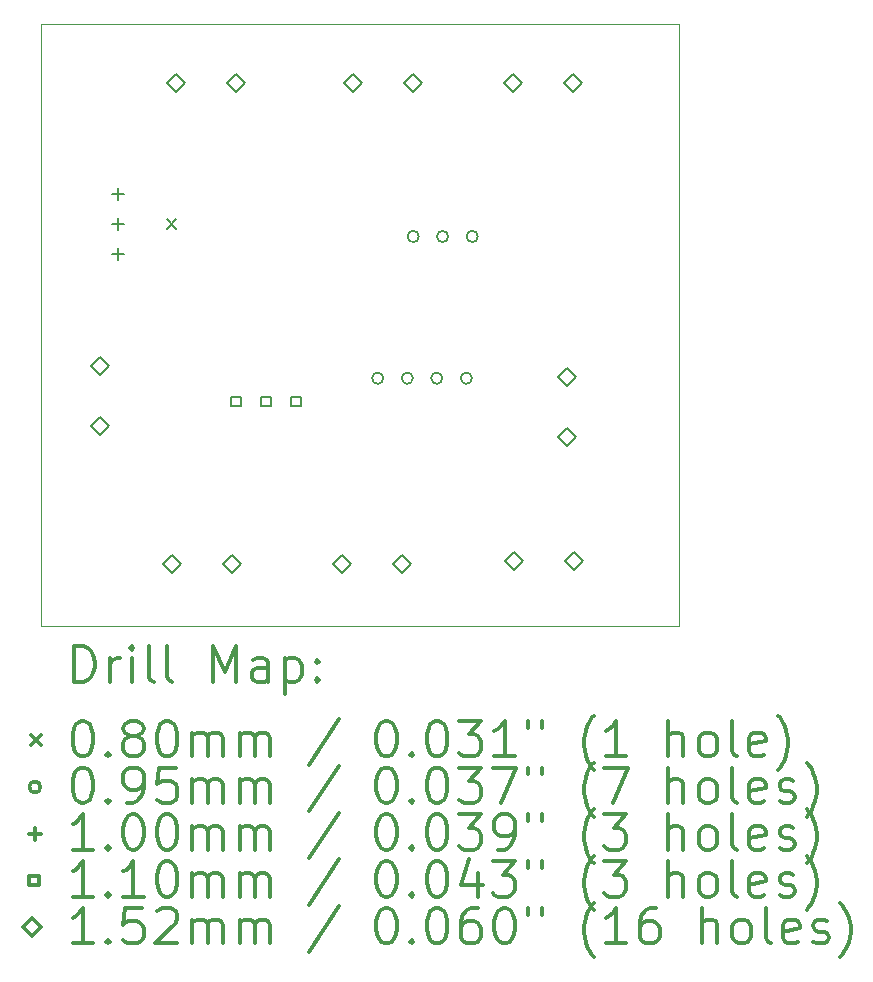
<source format=gbr>
%FSLAX45Y45*%
G04 Gerber Fmt 4.5, Leading zero omitted, Abs format (unit mm)*
G04 Created by KiCad (PCBNEW (5.1.0)-1) date 2021-10-29 22:54:59*
%MOMM*%
%LPD*%
G04 APERTURE LIST*
%ADD10C,0.100000*%
%ADD11C,0.200000*%
%ADD12C,0.300000*%
G04 APERTURE END LIST*
D10*
X11150000Y-9400000D02*
X11150000Y-14500000D01*
X5750000Y-9400000D02*
X11150000Y-9400000D01*
X5750000Y-14500000D02*
X5750000Y-9400000D01*
X11150000Y-14500000D02*
X5750000Y-14500000D01*
D11*
X6814000Y-11056000D02*
X6894000Y-11136000D01*
X6894000Y-11056000D02*
X6814000Y-11136000D01*
X8647500Y-12400000D02*
G75*
G03X8647500Y-12400000I-47500J0D01*
G01*
X8897500Y-12400000D02*
G75*
G03X8897500Y-12400000I-47500J0D01*
G01*
X9147500Y-12400000D02*
G75*
G03X9147500Y-12400000I-47500J0D01*
G01*
X9397500Y-12400000D02*
G75*
G03X9397500Y-12400000I-47500J0D01*
G01*
X8947500Y-11200000D02*
G75*
G03X8947500Y-11200000I-47500J0D01*
G01*
X9197500Y-11200000D02*
G75*
G03X9197500Y-11200000I-47500J0D01*
G01*
X9447500Y-11200000D02*
G75*
G03X9447500Y-11200000I-47500J0D01*
G01*
X6400000Y-10792000D02*
X6400000Y-10892000D01*
X6350000Y-10842000D02*
X6450000Y-10842000D01*
X6400000Y-11046000D02*
X6400000Y-11146000D01*
X6350000Y-11096000D02*
X6450000Y-11096000D01*
X6400000Y-11300000D02*
X6400000Y-11400000D01*
X6350000Y-11350000D02*
X6450000Y-11350000D01*
X7438891Y-12638891D02*
X7438891Y-12561109D01*
X7361109Y-12561109D01*
X7361109Y-12638891D01*
X7438891Y-12638891D01*
X7692891Y-12638891D02*
X7692891Y-12561109D01*
X7615109Y-12561109D01*
X7615109Y-12638891D01*
X7692891Y-12638891D01*
X7946891Y-12638891D02*
X7946891Y-12561109D01*
X7869109Y-12561109D01*
X7869109Y-12638891D01*
X7946891Y-12638891D01*
X9750000Y-14026000D02*
X9826000Y-13950000D01*
X9750000Y-13874000D01*
X9674000Y-13950000D01*
X9750000Y-14026000D01*
X10258000Y-14026000D02*
X10334000Y-13950000D01*
X10258000Y-13874000D01*
X10182000Y-13950000D01*
X10258000Y-14026000D01*
X10200000Y-12468000D02*
X10276000Y-12392000D01*
X10200000Y-12316000D01*
X10124000Y-12392000D01*
X10200000Y-12468000D01*
X10200000Y-12976000D02*
X10276000Y-12900000D01*
X10200000Y-12824000D01*
X10124000Y-12900000D01*
X10200000Y-12976000D01*
X6250000Y-12376000D02*
X6326000Y-12300000D01*
X6250000Y-12224000D01*
X6174000Y-12300000D01*
X6250000Y-12376000D01*
X6250000Y-12884000D02*
X6326000Y-12808000D01*
X6250000Y-12732000D01*
X6174000Y-12808000D01*
X6250000Y-12884000D01*
X8300000Y-14046000D02*
X8376000Y-13970000D01*
X8300000Y-13894000D01*
X8224000Y-13970000D01*
X8300000Y-14046000D01*
X8808000Y-14046000D02*
X8884000Y-13970000D01*
X8808000Y-13894000D01*
X8732000Y-13970000D01*
X8808000Y-14046000D01*
X9742000Y-9976000D02*
X9818000Y-9900000D01*
X9742000Y-9824000D01*
X9666000Y-9900000D01*
X9742000Y-9976000D01*
X10250000Y-9976000D02*
X10326000Y-9900000D01*
X10250000Y-9824000D01*
X10174000Y-9900000D01*
X10250000Y-9976000D01*
X8392000Y-9976000D02*
X8468000Y-9900000D01*
X8392000Y-9824000D01*
X8316000Y-9900000D01*
X8392000Y-9976000D01*
X8900000Y-9976000D02*
X8976000Y-9900000D01*
X8900000Y-9824000D01*
X8824000Y-9900000D01*
X8900000Y-9976000D01*
X6892000Y-9976000D02*
X6968000Y-9900000D01*
X6892000Y-9824000D01*
X6816000Y-9900000D01*
X6892000Y-9976000D01*
X7400000Y-9976000D02*
X7476000Y-9900000D01*
X7400000Y-9824000D01*
X7324000Y-9900000D01*
X7400000Y-9976000D01*
X6858000Y-14046000D02*
X6934000Y-13970000D01*
X6858000Y-13894000D01*
X6782000Y-13970000D01*
X6858000Y-14046000D01*
X7366000Y-14046000D02*
X7442000Y-13970000D01*
X7366000Y-13894000D01*
X7290000Y-13970000D01*
X7366000Y-14046000D01*
D12*
X6031428Y-14970714D02*
X6031428Y-14670714D01*
X6102857Y-14670714D01*
X6145714Y-14685000D01*
X6174286Y-14713571D01*
X6188571Y-14742143D01*
X6202857Y-14799286D01*
X6202857Y-14842143D01*
X6188571Y-14899286D01*
X6174286Y-14927857D01*
X6145714Y-14956429D01*
X6102857Y-14970714D01*
X6031428Y-14970714D01*
X6331428Y-14970714D02*
X6331428Y-14770714D01*
X6331428Y-14827857D02*
X6345714Y-14799286D01*
X6360000Y-14785000D01*
X6388571Y-14770714D01*
X6417143Y-14770714D01*
X6517143Y-14970714D02*
X6517143Y-14770714D01*
X6517143Y-14670714D02*
X6502857Y-14685000D01*
X6517143Y-14699286D01*
X6531428Y-14685000D01*
X6517143Y-14670714D01*
X6517143Y-14699286D01*
X6702857Y-14970714D02*
X6674286Y-14956429D01*
X6660000Y-14927857D01*
X6660000Y-14670714D01*
X6860000Y-14970714D02*
X6831428Y-14956429D01*
X6817143Y-14927857D01*
X6817143Y-14670714D01*
X7202857Y-14970714D02*
X7202857Y-14670714D01*
X7302857Y-14885000D01*
X7402857Y-14670714D01*
X7402857Y-14970714D01*
X7674286Y-14970714D02*
X7674286Y-14813571D01*
X7660000Y-14785000D01*
X7631428Y-14770714D01*
X7574286Y-14770714D01*
X7545714Y-14785000D01*
X7674286Y-14956429D02*
X7645714Y-14970714D01*
X7574286Y-14970714D01*
X7545714Y-14956429D01*
X7531428Y-14927857D01*
X7531428Y-14899286D01*
X7545714Y-14870714D01*
X7574286Y-14856429D01*
X7645714Y-14856429D01*
X7674286Y-14842143D01*
X7817143Y-14770714D02*
X7817143Y-15070714D01*
X7817143Y-14785000D02*
X7845714Y-14770714D01*
X7902857Y-14770714D01*
X7931428Y-14785000D01*
X7945714Y-14799286D01*
X7960000Y-14827857D01*
X7960000Y-14913571D01*
X7945714Y-14942143D01*
X7931428Y-14956429D01*
X7902857Y-14970714D01*
X7845714Y-14970714D01*
X7817143Y-14956429D01*
X8088571Y-14942143D02*
X8102857Y-14956429D01*
X8088571Y-14970714D01*
X8074286Y-14956429D01*
X8088571Y-14942143D01*
X8088571Y-14970714D01*
X8088571Y-14785000D02*
X8102857Y-14799286D01*
X8088571Y-14813571D01*
X8074286Y-14799286D01*
X8088571Y-14785000D01*
X8088571Y-14813571D01*
X5665000Y-15425000D02*
X5745000Y-15505000D01*
X5745000Y-15425000D02*
X5665000Y-15505000D01*
X6088571Y-15300714D02*
X6117143Y-15300714D01*
X6145714Y-15315000D01*
X6160000Y-15329286D01*
X6174286Y-15357857D01*
X6188571Y-15415000D01*
X6188571Y-15486429D01*
X6174286Y-15543571D01*
X6160000Y-15572143D01*
X6145714Y-15586429D01*
X6117143Y-15600714D01*
X6088571Y-15600714D01*
X6060000Y-15586429D01*
X6045714Y-15572143D01*
X6031428Y-15543571D01*
X6017143Y-15486429D01*
X6017143Y-15415000D01*
X6031428Y-15357857D01*
X6045714Y-15329286D01*
X6060000Y-15315000D01*
X6088571Y-15300714D01*
X6317143Y-15572143D02*
X6331428Y-15586429D01*
X6317143Y-15600714D01*
X6302857Y-15586429D01*
X6317143Y-15572143D01*
X6317143Y-15600714D01*
X6502857Y-15429286D02*
X6474286Y-15415000D01*
X6460000Y-15400714D01*
X6445714Y-15372143D01*
X6445714Y-15357857D01*
X6460000Y-15329286D01*
X6474286Y-15315000D01*
X6502857Y-15300714D01*
X6560000Y-15300714D01*
X6588571Y-15315000D01*
X6602857Y-15329286D01*
X6617143Y-15357857D01*
X6617143Y-15372143D01*
X6602857Y-15400714D01*
X6588571Y-15415000D01*
X6560000Y-15429286D01*
X6502857Y-15429286D01*
X6474286Y-15443571D01*
X6460000Y-15457857D01*
X6445714Y-15486429D01*
X6445714Y-15543571D01*
X6460000Y-15572143D01*
X6474286Y-15586429D01*
X6502857Y-15600714D01*
X6560000Y-15600714D01*
X6588571Y-15586429D01*
X6602857Y-15572143D01*
X6617143Y-15543571D01*
X6617143Y-15486429D01*
X6602857Y-15457857D01*
X6588571Y-15443571D01*
X6560000Y-15429286D01*
X6802857Y-15300714D02*
X6831428Y-15300714D01*
X6860000Y-15315000D01*
X6874286Y-15329286D01*
X6888571Y-15357857D01*
X6902857Y-15415000D01*
X6902857Y-15486429D01*
X6888571Y-15543571D01*
X6874286Y-15572143D01*
X6860000Y-15586429D01*
X6831428Y-15600714D01*
X6802857Y-15600714D01*
X6774286Y-15586429D01*
X6760000Y-15572143D01*
X6745714Y-15543571D01*
X6731428Y-15486429D01*
X6731428Y-15415000D01*
X6745714Y-15357857D01*
X6760000Y-15329286D01*
X6774286Y-15315000D01*
X6802857Y-15300714D01*
X7031428Y-15600714D02*
X7031428Y-15400714D01*
X7031428Y-15429286D02*
X7045714Y-15415000D01*
X7074286Y-15400714D01*
X7117143Y-15400714D01*
X7145714Y-15415000D01*
X7160000Y-15443571D01*
X7160000Y-15600714D01*
X7160000Y-15443571D02*
X7174286Y-15415000D01*
X7202857Y-15400714D01*
X7245714Y-15400714D01*
X7274286Y-15415000D01*
X7288571Y-15443571D01*
X7288571Y-15600714D01*
X7431428Y-15600714D02*
X7431428Y-15400714D01*
X7431428Y-15429286D02*
X7445714Y-15415000D01*
X7474286Y-15400714D01*
X7517143Y-15400714D01*
X7545714Y-15415000D01*
X7560000Y-15443571D01*
X7560000Y-15600714D01*
X7560000Y-15443571D02*
X7574286Y-15415000D01*
X7602857Y-15400714D01*
X7645714Y-15400714D01*
X7674286Y-15415000D01*
X7688571Y-15443571D01*
X7688571Y-15600714D01*
X8274286Y-15286429D02*
X8017143Y-15672143D01*
X8660000Y-15300714D02*
X8688571Y-15300714D01*
X8717143Y-15315000D01*
X8731428Y-15329286D01*
X8745714Y-15357857D01*
X8760000Y-15415000D01*
X8760000Y-15486429D01*
X8745714Y-15543571D01*
X8731428Y-15572143D01*
X8717143Y-15586429D01*
X8688571Y-15600714D01*
X8660000Y-15600714D01*
X8631428Y-15586429D01*
X8617143Y-15572143D01*
X8602857Y-15543571D01*
X8588571Y-15486429D01*
X8588571Y-15415000D01*
X8602857Y-15357857D01*
X8617143Y-15329286D01*
X8631428Y-15315000D01*
X8660000Y-15300714D01*
X8888571Y-15572143D02*
X8902857Y-15586429D01*
X8888571Y-15600714D01*
X8874286Y-15586429D01*
X8888571Y-15572143D01*
X8888571Y-15600714D01*
X9088571Y-15300714D02*
X9117143Y-15300714D01*
X9145714Y-15315000D01*
X9160000Y-15329286D01*
X9174286Y-15357857D01*
X9188571Y-15415000D01*
X9188571Y-15486429D01*
X9174286Y-15543571D01*
X9160000Y-15572143D01*
X9145714Y-15586429D01*
X9117143Y-15600714D01*
X9088571Y-15600714D01*
X9060000Y-15586429D01*
X9045714Y-15572143D01*
X9031428Y-15543571D01*
X9017143Y-15486429D01*
X9017143Y-15415000D01*
X9031428Y-15357857D01*
X9045714Y-15329286D01*
X9060000Y-15315000D01*
X9088571Y-15300714D01*
X9288571Y-15300714D02*
X9474286Y-15300714D01*
X9374286Y-15415000D01*
X9417143Y-15415000D01*
X9445714Y-15429286D01*
X9460000Y-15443571D01*
X9474286Y-15472143D01*
X9474286Y-15543571D01*
X9460000Y-15572143D01*
X9445714Y-15586429D01*
X9417143Y-15600714D01*
X9331428Y-15600714D01*
X9302857Y-15586429D01*
X9288571Y-15572143D01*
X9760000Y-15600714D02*
X9588571Y-15600714D01*
X9674286Y-15600714D02*
X9674286Y-15300714D01*
X9645714Y-15343571D01*
X9617143Y-15372143D01*
X9588571Y-15386429D01*
X9874286Y-15300714D02*
X9874286Y-15357857D01*
X9988571Y-15300714D02*
X9988571Y-15357857D01*
X10431428Y-15715000D02*
X10417143Y-15700714D01*
X10388571Y-15657857D01*
X10374286Y-15629286D01*
X10360000Y-15586429D01*
X10345714Y-15515000D01*
X10345714Y-15457857D01*
X10360000Y-15386429D01*
X10374286Y-15343571D01*
X10388571Y-15315000D01*
X10417143Y-15272143D01*
X10431428Y-15257857D01*
X10702857Y-15600714D02*
X10531428Y-15600714D01*
X10617143Y-15600714D02*
X10617143Y-15300714D01*
X10588571Y-15343571D01*
X10560000Y-15372143D01*
X10531428Y-15386429D01*
X11060000Y-15600714D02*
X11060000Y-15300714D01*
X11188571Y-15600714D02*
X11188571Y-15443571D01*
X11174286Y-15415000D01*
X11145714Y-15400714D01*
X11102857Y-15400714D01*
X11074286Y-15415000D01*
X11060000Y-15429286D01*
X11374286Y-15600714D02*
X11345714Y-15586429D01*
X11331428Y-15572143D01*
X11317143Y-15543571D01*
X11317143Y-15457857D01*
X11331428Y-15429286D01*
X11345714Y-15415000D01*
X11374286Y-15400714D01*
X11417143Y-15400714D01*
X11445714Y-15415000D01*
X11460000Y-15429286D01*
X11474286Y-15457857D01*
X11474286Y-15543571D01*
X11460000Y-15572143D01*
X11445714Y-15586429D01*
X11417143Y-15600714D01*
X11374286Y-15600714D01*
X11645714Y-15600714D02*
X11617143Y-15586429D01*
X11602857Y-15557857D01*
X11602857Y-15300714D01*
X11874286Y-15586429D02*
X11845714Y-15600714D01*
X11788571Y-15600714D01*
X11760000Y-15586429D01*
X11745714Y-15557857D01*
X11745714Y-15443571D01*
X11760000Y-15415000D01*
X11788571Y-15400714D01*
X11845714Y-15400714D01*
X11874286Y-15415000D01*
X11888571Y-15443571D01*
X11888571Y-15472143D01*
X11745714Y-15500714D01*
X11988571Y-15715000D02*
X12002857Y-15700714D01*
X12031428Y-15657857D01*
X12045714Y-15629286D01*
X12060000Y-15586429D01*
X12074286Y-15515000D01*
X12074286Y-15457857D01*
X12060000Y-15386429D01*
X12045714Y-15343571D01*
X12031428Y-15315000D01*
X12002857Y-15272143D01*
X11988571Y-15257857D01*
X5745000Y-15861000D02*
G75*
G03X5745000Y-15861000I-47500J0D01*
G01*
X6088571Y-15696714D02*
X6117143Y-15696714D01*
X6145714Y-15711000D01*
X6160000Y-15725286D01*
X6174286Y-15753857D01*
X6188571Y-15811000D01*
X6188571Y-15882429D01*
X6174286Y-15939571D01*
X6160000Y-15968143D01*
X6145714Y-15982429D01*
X6117143Y-15996714D01*
X6088571Y-15996714D01*
X6060000Y-15982429D01*
X6045714Y-15968143D01*
X6031428Y-15939571D01*
X6017143Y-15882429D01*
X6017143Y-15811000D01*
X6031428Y-15753857D01*
X6045714Y-15725286D01*
X6060000Y-15711000D01*
X6088571Y-15696714D01*
X6317143Y-15968143D02*
X6331428Y-15982429D01*
X6317143Y-15996714D01*
X6302857Y-15982429D01*
X6317143Y-15968143D01*
X6317143Y-15996714D01*
X6474286Y-15996714D02*
X6531428Y-15996714D01*
X6560000Y-15982429D01*
X6574286Y-15968143D01*
X6602857Y-15925286D01*
X6617143Y-15868143D01*
X6617143Y-15753857D01*
X6602857Y-15725286D01*
X6588571Y-15711000D01*
X6560000Y-15696714D01*
X6502857Y-15696714D01*
X6474286Y-15711000D01*
X6460000Y-15725286D01*
X6445714Y-15753857D01*
X6445714Y-15825286D01*
X6460000Y-15853857D01*
X6474286Y-15868143D01*
X6502857Y-15882429D01*
X6560000Y-15882429D01*
X6588571Y-15868143D01*
X6602857Y-15853857D01*
X6617143Y-15825286D01*
X6888571Y-15696714D02*
X6745714Y-15696714D01*
X6731428Y-15839571D01*
X6745714Y-15825286D01*
X6774286Y-15811000D01*
X6845714Y-15811000D01*
X6874286Y-15825286D01*
X6888571Y-15839571D01*
X6902857Y-15868143D01*
X6902857Y-15939571D01*
X6888571Y-15968143D01*
X6874286Y-15982429D01*
X6845714Y-15996714D01*
X6774286Y-15996714D01*
X6745714Y-15982429D01*
X6731428Y-15968143D01*
X7031428Y-15996714D02*
X7031428Y-15796714D01*
X7031428Y-15825286D02*
X7045714Y-15811000D01*
X7074286Y-15796714D01*
X7117143Y-15796714D01*
X7145714Y-15811000D01*
X7160000Y-15839571D01*
X7160000Y-15996714D01*
X7160000Y-15839571D02*
X7174286Y-15811000D01*
X7202857Y-15796714D01*
X7245714Y-15796714D01*
X7274286Y-15811000D01*
X7288571Y-15839571D01*
X7288571Y-15996714D01*
X7431428Y-15996714D02*
X7431428Y-15796714D01*
X7431428Y-15825286D02*
X7445714Y-15811000D01*
X7474286Y-15796714D01*
X7517143Y-15796714D01*
X7545714Y-15811000D01*
X7560000Y-15839571D01*
X7560000Y-15996714D01*
X7560000Y-15839571D02*
X7574286Y-15811000D01*
X7602857Y-15796714D01*
X7645714Y-15796714D01*
X7674286Y-15811000D01*
X7688571Y-15839571D01*
X7688571Y-15996714D01*
X8274286Y-15682429D02*
X8017143Y-16068143D01*
X8660000Y-15696714D02*
X8688571Y-15696714D01*
X8717143Y-15711000D01*
X8731428Y-15725286D01*
X8745714Y-15753857D01*
X8760000Y-15811000D01*
X8760000Y-15882429D01*
X8745714Y-15939571D01*
X8731428Y-15968143D01*
X8717143Y-15982429D01*
X8688571Y-15996714D01*
X8660000Y-15996714D01*
X8631428Y-15982429D01*
X8617143Y-15968143D01*
X8602857Y-15939571D01*
X8588571Y-15882429D01*
X8588571Y-15811000D01*
X8602857Y-15753857D01*
X8617143Y-15725286D01*
X8631428Y-15711000D01*
X8660000Y-15696714D01*
X8888571Y-15968143D02*
X8902857Y-15982429D01*
X8888571Y-15996714D01*
X8874286Y-15982429D01*
X8888571Y-15968143D01*
X8888571Y-15996714D01*
X9088571Y-15696714D02*
X9117143Y-15696714D01*
X9145714Y-15711000D01*
X9160000Y-15725286D01*
X9174286Y-15753857D01*
X9188571Y-15811000D01*
X9188571Y-15882429D01*
X9174286Y-15939571D01*
X9160000Y-15968143D01*
X9145714Y-15982429D01*
X9117143Y-15996714D01*
X9088571Y-15996714D01*
X9060000Y-15982429D01*
X9045714Y-15968143D01*
X9031428Y-15939571D01*
X9017143Y-15882429D01*
X9017143Y-15811000D01*
X9031428Y-15753857D01*
X9045714Y-15725286D01*
X9060000Y-15711000D01*
X9088571Y-15696714D01*
X9288571Y-15696714D02*
X9474286Y-15696714D01*
X9374286Y-15811000D01*
X9417143Y-15811000D01*
X9445714Y-15825286D01*
X9460000Y-15839571D01*
X9474286Y-15868143D01*
X9474286Y-15939571D01*
X9460000Y-15968143D01*
X9445714Y-15982429D01*
X9417143Y-15996714D01*
X9331428Y-15996714D01*
X9302857Y-15982429D01*
X9288571Y-15968143D01*
X9574286Y-15696714D02*
X9774286Y-15696714D01*
X9645714Y-15996714D01*
X9874286Y-15696714D02*
X9874286Y-15753857D01*
X9988571Y-15696714D02*
X9988571Y-15753857D01*
X10431428Y-16111000D02*
X10417143Y-16096714D01*
X10388571Y-16053857D01*
X10374286Y-16025286D01*
X10360000Y-15982429D01*
X10345714Y-15911000D01*
X10345714Y-15853857D01*
X10360000Y-15782429D01*
X10374286Y-15739571D01*
X10388571Y-15711000D01*
X10417143Y-15668143D01*
X10431428Y-15653857D01*
X10517143Y-15696714D02*
X10717143Y-15696714D01*
X10588571Y-15996714D01*
X11060000Y-15996714D02*
X11060000Y-15696714D01*
X11188571Y-15996714D02*
X11188571Y-15839571D01*
X11174286Y-15811000D01*
X11145714Y-15796714D01*
X11102857Y-15796714D01*
X11074286Y-15811000D01*
X11060000Y-15825286D01*
X11374286Y-15996714D02*
X11345714Y-15982429D01*
X11331428Y-15968143D01*
X11317143Y-15939571D01*
X11317143Y-15853857D01*
X11331428Y-15825286D01*
X11345714Y-15811000D01*
X11374286Y-15796714D01*
X11417143Y-15796714D01*
X11445714Y-15811000D01*
X11460000Y-15825286D01*
X11474286Y-15853857D01*
X11474286Y-15939571D01*
X11460000Y-15968143D01*
X11445714Y-15982429D01*
X11417143Y-15996714D01*
X11374286Y-15996714D01*
X11645714Y-15996714D02*
X11617143Y-15982429D01*
X11602857Y-15953857D01*
X11602857Y-15696714D01*
X11874286Y-15982429D02*
X11845714Y-15996714D01*
X11788571Y-15996714D01*
X11760000Y-15982429D01*
X11745714Y-15953857D01*
X11745714Y-15839571D01*
X11760000Y-15811000D01*
X11788571Y-15796714D01*
X11845714Y-15796714D01*
X11874286Y-15811000D01*
X11888571Y-15839571D01*
X11888571Y-15868143D01*
X11745714Y-15896714D01*
X12002857Y-15982429D02*
X12031428Y-15996714D01*
X12088571Y-15996714D01*
X12117143Y-15982429D01*
X12131428Y-15953857D01*
X12131428Y-15939571D01*
X12117143Y-15911000D01*
X12088571Y-15896714D01*
X12045714Y-15896714D01*
X12017143Y-15882429D01*
X12002857Y-15853857D01*
X12002857Y-15839571D01*
X12017143Y-15811000D01*
X12045714Y-15796714D01*
X12088571Y-15796714D01*
X12117143Y-15811000D01*
X12231428Y-16111000D02*
X12245714Y-16096714D01*
X12274286Y-16053857D01*
X12288571Y-16025286D01*
X12302857Y-15982429D01*
X12317143Y-15911000D01*
X12317143Y-15853857D01*
X12302857Y-15782429D01*
X12288571Y-15739571D01*
X12274286Y-15711000D01*
X12245714Y-15668143D01*
X12231428Y-15653857D01*
X5695000Y-16207000D02*
X5695000Y-16307000D01*
X5645000Y-16257000D02*
X5745000Y-16257000D01*
X6188571Y-16392714D02*
X6017143Y-16392714D01*
X6102857Y-16392714D02*
X6102857Y-16092714D01*
X6074286Y-16135571D01*
X6045714Y-16164143D01*
X6017143Y-16178429D01*
X6317143Y-16364143D02*
X6331428Y-16378429D01*
X6317143Y-16392714D01*
X6302857Y-16378429D01*
X6317143Y-16364143D01*
X6317143Y-16392714D01*
X6517143Y-16092714D02*
X6545714Y-16092714D01*
X6574286Y-16107000D01*
X6588571Y-16121286D01*
X6602857Y-16149857D01*
X6617143Y-16207000D01*
X6617143Y-16278429D01*
X6602857Y-16335571D01*
X6588571Y-16364143D01*
X6574286Y-16378429D01*
X6545714Y-16392714D01*
X6517143Y-16392714D01*
X6488571Y-16378429D01*
X6474286Y-16364143D01*
X6460000Y-16335571D01*
X6445714Y-16278429D01*
X6445714Y-16207000D01*
X6460000Y-16149857D01*
X6474286Y-16121286D01*
X6488571Y-16107000D01*
X6517143Y-16092714D01*
X6802857Y-16092714D02*
X6831428Y-16092714D01*
X6860000Y-16107000D01*
X6874286Y-16121286D01*
X6888571Y-16149857D01*
X6902857Y-16207000D01*
X6902857Y-16278429D01*
X6888571Y-16335571D01*
X6874286Y-16364143D01*
X6860000Y-16378429D01*
X6831428Y-16392714D01*
X6802857Y-16392714D01*
X6774286Y-16378429D01*
X6760000Y-16364143D01*
X6745714Y-16335571D01*
X6731428Y-16278429D01*
X6731428Y-16207000D01*
X6745714Y-16149857D01*
X6760000Y-16121286D01*
X6774286Y-16107000D01*
X6802857Y-16092714D01*
X7031428Y-16392714D02*
X7031428Y-16192714D01*
X7031428Y-16221286D02*
X7045714Y-16207000D01*
X7074286Y-16192714D01*
X7117143Y-16192714D01*
X7145714Y-16207000D01*
X7160000Y-16235571D01*
X7160000Y-16392714D01*
X7160000Y-16235571D02*
X7174286Y-16207000D01*
X7202857Y-16192714D01*
X7245714Y-16192714D01*
X7274286Y-16207000D01*
X7288571Y-16235571D01*
X7288571Y-16392714D01*
X7431428Y-16392714D02*
X7431428Y-16192714D01*
X7431428Y-16221286D02*
X7445714Y-16207000D01*
X7474286Y-16192714D01*
X7517143Y-16192714D01*
X7545714Y-16207000D01*
X7560000Y-16235571D01*
X7560000Y-16392714D01*
X7560000Y-16235571D02*
X7574286Y-16207000D01*
X7602857Y-16192714D01*
X7645714Y-16192714D01*
X7674286Y-16207000D01*
X7688571Y-16235571D01*
X7688571Y-16392714D01*
X8274286Y-16078429D02*
X8017143Y-16464143D01*
X8660000Y-16092714D02*
X8688571Y-16092714D01*
X8717143Y-16107000D01*
X8731428Y-16121286D01*
X8745714Y-16149857D01*
X8760000Y-16207000D01*
X8760000Y-16278429D01*
X8745714Y-16335571D01*
X8731428Y-16364143D01*
X8717143Y-16378429D01*
X8688571Y-16392714D01*
X8660000Y-16392714D01*
X8631428Y-16378429D01*
X8617143Y-16364143D01*
X8602857Y-16335571D01*
X8588571Y-16278429D01*
X8588571Y-16207000D01*
X8602857Y-16149857D01*
X8617143Y-16121286D01*
X8631428Y-16107000D01*
X8660000Y-16092714D01*
X8888571Y-16364143D02*
X8902857Y-16378429D01*
X8888571Y-16392714D01*
X8874286Y-16378429D01*
X8888571Y-16364143D01*
X8888571Y-16392714D01*
X9088571Y-16092714D02*
X9117143Y-16092714D01*
X9145714Y-16107000D01*
X9160000Y-16121286D01*
X9174286Y-16149857D01*
X9188571Y-16207000D01*
X9188571Y-16278429D01*
X9174286Y-16335571D01*
X9160000Y-16364143D01*
X9145714Y-16378429D01*
X9117143Y-16392714D01*
X9088571Y-16392714D01*
X9060000Y-16378429D01*
X9045714Y-16364143D01*
X9031428Y-16335571D01*
X9017143Y-16278429D01*
X9017143Y-16207000D01*
X9031428Y-16149857D01*
X9045714Y-16121286D01*
X9060000Y-16107000D01*
X9088571Y-16092714D01*
X9288571Y-16092714D02*
X9474286Y-16092714D01*
X9374286Y-16207000D01*
X9417143Y-16207000D01*
X9445714Y-16221286D01*
X9460000Y-16235571D01*
X9474286Y-16264143D01*
X9474286Y-16335571D01*
X9460000Y-16364143D01*
X9445714Y-16378429D01*
X9417143Y-16392714D01*
X9331428Y-16392714D01*
X9302857Y-16378429D01*
X9288571Y-16364143D01*
X9617143Y-16392714D02*
X9674286Y-16392714D01*
X9702857Y-16378429D01*
X9717143Y-16364143D01*
X9745714Y-16321286D01*
X9760000Y-16264143D01*
X9760000Y-16149857D01*
X9745714Y-16121286D01*
X9731428Y-16107000D01*
X9702857Y-16092714D01*
X9645714Y-16092714D01*
X9617143Y-16107000D01*
X9602857Y-16121286D01*
X9588571Y-16149857D01*
X9588571Y-16221286D01*
X9602857Y-16249857D01*
X9617143Y-16264143D01*
X9645714Y-16278429D01*
X9702857Y-16278429D01*
X9731428Y-16264143D01*
X9745714Y-16249857D01*
X9760000Y-16221286D01*
X9874286Y-16092714D02*
X9874286Y-16149857D01*
X9988571Y-16092714D02*
X9988571Y-16149857D01*
X10431428Y-16507000D02*
X10417143Y-16492714D01*
X10388571Y-16449857D01*
X10374286Y-16421286D01*
X10360000Y-16378429D01*
X10345714Y-16307000D01*
X10345714Y-16249857D01*
X10360000Y-16178429D01*
X10374286Y-16135571D01*
X10388571Y-16107000D01*
X10417143Y-16064143D01*
X10431428Y-16049857D01*
X10517143Y-16092714D02*
X10702857Y-16092714D01*
X10602857Y-16207000D01*
X10645714Y-16207000D01*
X10674286Y-16221286D01*
X10688571Y-16235571D01*
X10702857Y-16264143D01*
X10702857Y-16335571D01*
X10688571Y-16364143D01*
X10674286Y-16378429D01*
X10645714Y-16392714D01*
X10560000Y-16392714D01*
X10531428Y-16378429D01*
X10517143Y-16364143D01*
X11060000Y-16392714D02*
X11060000Y-16092714D01*
X11188571Y-16392714D02*
X11188571Y-16235571D01*
X11174286Y-16207000D01*
X11145714Y-16192714D01*
X11102857Y-16192714D01*
X11074286Y-16207000D01*
X11060000Y-16221286D01*
X11374286Y-16392714D02*
X11345714Y-16378429D01*
X11331428Y-16364143D01*
X11317143Y-16335571D01*
X11317143Y-16249857D01*
X11331428Y-16221286D01*
X11345714Y-16207000D01*
X11374286Y-16192714D01*
X11417143Y-16192714D01*
X11445714Y-16207000D01*
X11460000Y-16221286D01*
X11474286Y-16249857D01*
X11474286Y-16335571D01*
X11460000Y-16364143D01*
X11445714Y-16378429D01*
X11417143Y-16392714D01*
X11374286Y-16392714D01*
X11645714Y-16392714D02*
X11617143Y-16378429D01*
X11602857Y-16349857D01*
X11602857Y-16092714D01*
X11874286Y-16378429D02*
X11845714Y-16392714D01*
X11788571Y-16392714D01*
X11760000Y-16378429D01*
X11745714Y-16349857D01*
X11745714Y-16235571D01*
X11760000Y-16207000D01*
X11788571Y-16192714D01*
X11845714Y-16192714D01*
X11874286Y-16207000D01*
X11888571Y-16235571D01*
X11888571Y-16264143D01*
X11745714Y-16292714D01*
X12002857Y-16378429D02*
X12031428Y-16392714D01*
X12088571Y-16392714D01*
X12117143Y-16378429D01*
X12131428Y-16349857D01*
X12131428Y-16335571D01*
X12117143Y-16307000D01*
X12088571Y-16292714D01*
X12045714Y-16292714D01*
X12017143Y-16278429D01*
X12002857Y-16249857D01*
X12002857Y-16235571D01*
X12017143Y-16207000D01*
X12045714Y-16192714D01*
X12088571Y-16192714D01*
X12117143Y-16207000D01*
X12231428Y-16507000D02*
X12245714Y-16492714D01*
X12274286Y-16449857D01*
X12288571Y-16421286D01*
X12302857Y-16378429D01*
X12317143Y-16307000D01*
X12317143Y-16249857D01*
X12302857Y-16178429D01*
X12288571Y-16135571D01*
X12274286Y-16107000D01*
X12245714Y-16064143D01*
X12231428Y-16049857D01*
X5728891Y-16691891D02*
X5728891Y-16614109D01*
X5651109Y-16614109D01*
X5651109Y-16691891D01*
X5728891Y-16691891D01*
X6188571Y-16788714D02*
X6017143Y-16788714D01*
X6102857Y-16788714D02*
X6102857Y-16488714D01*
X6074286Y-16531571D01*
X6045714Y-16560143D01*
X6017143Y-16574429D01*
X6317143Y-16760143D02*
X6331428Y-16774429D01*
X6317143Y-16788714D01*
X6302857Y-16774429D01*
X6317143Y-16760143D01*
X6317143Y-16788714D01*
X6617143Y-16788714D02*
X6445714Y-16788714D01*
X6531428Y-16788714D02*
X6531428Y-16488714D01*
X6502857Y-16531571D01*
X6474286Y-16560143D01*
X6445714Y-16574429D01*
X6802857Y-16488714D02*
X6831428Y-16488714D01*
X6860000Y-16503000D01*
X6874286Y-16517286D01*
X6888571Y-16545857D01*
X6902857Y-16603000D01*
X6902857Y-16674429D01*
X6888571Y-16731571D01*
X6874286Y-16760143D01*
X6860000Y-16774429D01*
X6831428Y-16788714D01*
X6802857Y-16788714D01*
X6774286Y-16774429D01*
X6760000Y-16760143D01*
X6745714Y-16731571D01*
X6731428Y-16674429D01*
X6731428Y-16603000D01*
X6745714Y-16545857D01*
X6760000Y-16517286D01*
X6774286Y-16503000D01*
X6802857Y-16488714D01*
X7031428Y-16788714D02*
X7031428Y-16588714D01*
X7031428Y-16617286D02*
X7045714Y-16603000D01*
X7074286Y-16588714D01*
X7117143Y-16588714D01*
X7145714Y-16603000D01*
X7160000Y-16631571D01*
X7160000Y-16788714D01*
X7160000Y-16631571D02*
X7174286Y-16603000D01*
X7202857Y-16588714D01*
X7245714Y-16588714D01*
X7274286Y-16603000D01*
X7288571Y-16631571D01*
X7288571Y-16788714D01*
X7431428Y-16788714D02*
X7431428Y-16588714D01*
X7431428Y-16617286D02*
X7445714Y-16603000D01*
X7474286Y-16588714D01*
X7517143Y-16588714D01*
X7545714Y-16603000D01*
X7560000Y-16631571D01*
X7560000Y-16788714D01*
X7560000Y-16631571D02*
X7574286Y-16603000D01*
X7602857Y-16588714D01*
X7645714Y-16588714D01*
X7674286Y-16603000D01*
X7688571Y-16631571D01*
X7688571Y-16788714D01*
X8274286Y-16474429D02*
X8017143Y-16860143D01*
X8660000Y-16488714D02*
X8688571Y-16488714D01*
X8717143Y-16503000D01*
X8731428Y-16517286D01*
X8745714Y-16545857D01*
X8760000Y-16603000D01*
X8760000Y-16674429D01*
X8745714Y-16731571D01*
X8731428Y-16760143D01*
X8717143Y-16774429D01*
X8688571Y-16788714D01*
X8660000Y-16788714D01*
X8631428Y-16774429D01*
X8617143Y-16760143D01*
X8602857Y-16731571D01*
X8588571Y-16674429D01*
X8588571Y-16603000D01*
X8602857Y-16545857D01*
X8617143Y-16517286D01*
X8631428Y-16503000D01*
X8660000Y-16488714D01*
X8888571Y-16760143D02*
X8902857Y-16774429D01*
X8888571Y-16788714D01*
X8874286Y-16774429D01*
X8888571Y-16760143D01*
X8888571Y-16788714D01*
X9088571Y-16488714D02*
X9117143Y-16488714D01*
X9145714Y-16503000D01*
X9160000Y-16517286D01*
X9174286Y-16545857D01*
X9188571Y-16603000D01*
X9188571Y-16674429D01*
X9174286Y-16731571D01*
X9160000Y-16760143D01*
X9145714Y-16774429D01*
X9117143Y-16788714D01*
X9088571Y-16788714D01*
X9060000Y-16774429D01*
X9045714Y-16760143D01*
X9031428Y-16731571D01*
X9017143Y-16674429D01*
X9017143Y-16603000D01*
X9031428Y-16545857D01*
X9045714Y-16517286D01*
X9060000Y-16503000D01*
X9088571Y-16488714D01*
X9445714Y-16588714D02*
X9445714Y-16788714D01*
X9374286Y-16474429D02*
X9302857Y-16688714D01*
X9488571Y-16688714D01*
X9574286Y-16488714D02*
X9760000Y-16488714D01*
X9660000Y-16603000D01*
X9702857Y-16603000D01*
X9731428Y-16617286D01*
X9745714Y-16631571D01*
X9760000Y-16660143D01*
X9760000Y-16731571D01*
X9745714Y-16760143D01*
X9731428Y-16774429D01*
X9702857Y-16788714D01*
X9617143Y-16788714D01*
X9588571Y-16774429D01*
X9574286Y-16760143D01*
X9874286Y-16488714D02*
X9874286Y-16545857D01*
X9988571Y-16488714D02*
X9988571Y-16545857D01*
X10431428Y-16903000D02*
X10417143Y-16888714D01*
X10388571Y-16845857D01*
X10374286Y-16817286D01*
X10360000Y-16774429D01*
X10345714Y-16703000D01*
X10345714Y-16645857D01*
X10360000Y-16574429D01*
X10374286Y-16531571D01*
X10388571Y-16503000D01*
X10417143Y-16460143D01*
X10431428Y-16445857D01*
X10517143Y-16488714D02*
X10702857Y-16488714D01*
X10602857Y-16603000D01*
X10645714Y-16603000D01*
X10674286Y-16617286D01*
X10688571Y-16631571D01*
X10702857Y-16660143D01*
X10702857Y-16731571D01*
X10688571Y-16760143D01*
X10674286Y-16774429D01*
X10645714Y-16788714D01*
X10560000Y-16788714D01*
X10531428Y-16774429D01*
X10517143Y-16760143D01*
X11060000Y-16788714D02*
X11060000Y-16488714D01*
X11188571Y-16788714D02*
X11188571Y-16631571D01*
X11174286Y-16603000D01*
X11145714Y-16588714D01*
X11102857Y-16588714D01*
X11074286Y-16603000D01*
X11060000Y-16617286D01*
X11374286Y-16788714D02*
X11345714Y-16774429D01*
X11331428Y-16760143D01*
X11317143Y-16731571D01*
X11317143Y-16645857D01*
X11331428Y-16617286D01*
X11345714Y-16603000D01*
X11374286Y-16588714D01*
X11417143Y-16588714D01*
X11445714Y-16603000D01*
X11460000Y-16617286D01*
X11474286Y-16645857D01*
X11474286Y-16731571D01*
X11460000Y-16760143D01*
X11445714Y-16774429D01*
X11417143Y-16788714D01*
X11374286Y-16788714D01*
X11645714Y-16788714D02*
X11617143Y-16774429D01*
X11602857Y-16745857D01*
X11602857Y-16488714D01*
X11874286Y-16774429D02*
X11845714Y-16788714D01*
X11788571Y-16788714D01*
X11760000Y-16774429D01*
X11745714Y-16745857D01*
X11745714Y-16631571D01*
X11760000Y-16603000D01*
X11788571Y-16588714D01*
X11845714Y-16588714D01*
X11874286Y-16603000D01*
X11888571Y-16631571D01*
X11888571Y-16660143D01*
X11745714Y-16688714D01*
X12002857Y-16774429D02*
X12031428Y-16788714D01*
X12088571Y-16788714D01*
X12117143Y-16774429D01*
X12131428Y-16745857D01*
X12131428Y-16731571D01*
X12117143Y-16703000D01*
X12088571Y-16688714D01*
X12045714Y-16688714D01*
X12017143Y-16674429D01*
X12002857Y-16645857D01*
X12002857Y-16631571D01*
X12017143Y-16603000D01*
X12045714Y-16588714D01*
X12088571Y-16588714D01*
X12117143Y-16603000D01*
X12231428Y-16903000D02*
X12245714Y-16888714D01*
X12274286Y-16845857D01*
X12288571Y-16817286D01*
X12302857Y-16774429D01*
X12317143Y-16703000D01*
X12317143Y-16645857D01*
X12302857Y-16574429D01*
X12288571Y-16531571D01*
X12274286Y-16503000D01*
X12245714Y-16460143D01*
X12231428Y-16445857D01*
X5669000Y-17125000D02*
X5745000Y-17049000D01*
X5669000Y-16973000D01*
X5593000Y-17049000D01*
X5669000Y-17125000D01*
X6188571Y-17184714D02*
X6017143Y-17184714D01*
X6102857Y-17184714D02*
X6102857Y-16884714D01*
X6074286Y-16927572D01*
X6045714Y-16956143D01*
X6017143Y-16970429D01*
X6317143Y-17156143D02*
X6331428Y-17170429D01*
X6317143Y-17184714D01*
X6302857Y-17170429D01*
X6317143Y-17156143D01*
X6317143Y-17184714D01*
X6602857Y-16884714D02*
X6460000Y-16884714D01*
X6445714Y-17027572D01*
X6460000Y-17013286D01*
X6488571Y-16999000D01*
X6560000Y-16999000D01*
X6588571Y-17013286D01*
X6602857Y-17027572D01*
X6617143Y-17056143D01*
X6617143Y-17127572D01*
X6602857Y-17156143D01*
X6588571Y-17170429D01*
X6560000Y-17184714D01*
X6488571Y-17184714D01*
X6460000Y-17170429D01*
X6445714Y-17156143D01*
X6731428Y-16913286D02*
X6745714Y-16899000D01*
X6774286Y-16884714D01*
X6845714Y-16884714D01*
X6874286Y-16899000D01*
X6888571Y-16913286D01*
X6902857Y-16941857D01*
X6902857Y-16970429D01*
X6888571Y-17013286D01*
X6717143Y-17184714D01*
X6902857Y-17184714D01*
X7031428Y-17184714D02*
X7031428Y-16984714D01*
X7031428Y-17013286D02*
X7045714Y-16999000D01*
X7074286Y-16984714D01*
X7117143Y-16984714D01*
X7145714Y-16999000D01*
X7160000Y-17027572D01*
X7160000Y-17184714D01*
X7160000Y-17027572D02*
X7174286Y-16999000D01*
X7202857Y-16984714D01*
X7245714Y-16984714D01*
X7274286Y-16999000D01*
X7288571Y-17027572D01*
X7288571Y-17184714D01*
X7431428Y-17184714D02*
X7431428Y-16984714D01*
X7431428Y-17013286D02*
X7445714Y-16999000D01*
X7474286Y-16984714D01*
X7517143Y-16984714D01*
X7545714Y-16999000D01*
X7560000Y-17027572D01*
X7560000Y-17184714D01*
X7560000Y-17027572D02*
X7574286Y-16999000D01*
X7602857Y-16984714D01*
X7645714Y-16984714D01*
X7674286Y-16999000D01*
X7688571Y-17027572D01*
X7688571Y-17184714D01*
X8274286Y-16870429D02*
X8017143Y-17256143D01*
X8660000Y-16884714D02*
X8688571Y-16884714D01*
X8717143Y-16899000D01*
X8731428Y-16913286D01*
X8745714Y-16941857D01*
X8760000Y-16999000D01*
X8760000Y-17070429D01*
X8745714Y-17127572D01*
X8731428Y-17156143D01*
X8717143Y-17170429D01*
X8688571Y-17184714D01*
X8660000Y-17184714D01*
X8631428Y-17170429D01*
X8617143Y-17156143D01*
X8602857Y-17127572D01*
X8588571Y-17070429D01*
X8588571Y-16999000D01*
X8602857Y-16941857D01*
X8617143Y-16913286D01*
X8631428Y-16899000D01*
X8660000Y-16884714D01*
X8888571Y-17156143D02*
X8902857Y-17170429D01*
X8888571Y-17184714D01*
X8874286Y-17170429D01*
X8888571Y-17156143D01*
X8888571Y-17184714D01*
X9088571Y-16884714D02*
X9117143Y-16884714D01*
X9145714Y-16899000D01*
X9160000Y-16913286D01*
X9174286Y-16941857D01*
X9188571Y-16999000D01*
X9188571Y-17070429D01*
X9174286Y-17127572D01*
X9160000Y-17156143D01*
X9145714Y-17170429D01*
X9117143Y-17184714D01*
X9088571Y-17184714D01*
X9060000Y-17170429D01*
X9045714Y-17156143D01*
X9031428Y-17127572D01*
X9017143Y-17070429D01*
X9017143Y-16999000D01*
X9031428Y-16941857D01*
X9045714Y-16913286D01*
X9060000Y-16899000D01*
X9088571Y-16884714D01*
X9445714Y-16884714D02*
X9388571Y-16884714D01*
X9360000Y-16899000D01*
X9345714Y-16913286D01*
X9317143Y-16956143D01*
X9302857Y-17013286D01*
X9302857Y-17127572D01*
X9317143Y-17156143D01*
X9331428Y-17170429D01*
X9360000Y-17184714D01*
X9417143Y-17184714D01*
X9445714Y-17170429D01*
X9460000Y-17156143D01*
X9474286Y-17127572D01*
X9474286Y-17056143D01*
X9460000Y-17027572D01*
X9445714Y-17013286D01*
X9417143Y-16999000D01*
X9360000Y-16999000D01*
X9331428Y-17013286D01*
X9317143Y-17027572D01*
X9302857Y-17056143D01*
X9660000Y-16884714D02*
X9688571Y-16884714D01*
X9717143Y-16899000D01*
X9731428Y-16913286D01*
X9745714Y-16941857D01*
X9760000Y-16999000D01*
X9760000Y-17070429D01*
X9745714Y-17127572D01*
X9731428Y-17156143D01*
X9717143Y-17170429D01*
X9688571Y-17184714D01*
X9660000Y-17184714D01*
X9631428Y-17170429D01*
X9617143Y-17156143D01*
X9602857Y-17127572D01*
X9588571Y-17070429D01*
X9588571Y-16999000D01*
X9602857Y-16941857D01*
X9617143Y-16913286D01*
X9631428Y-16899000D01*
X9660000Y-16884714D01*
X9874286Y-16884714D02*
X9874286Y-16941857D01*
X9988571Y-16884714D02*
X9988571Y-16941857D01*
X10431428Y-17299000D02*
X10417143Y-17284714D01*
X10388571Y-17241857D01*
X10374286Y-17213286D01*
X10360000Y-17170429D01*
X10345714Y-17099000D01*
X10345714Y-17041857D01*
X10360000Y-16970429D01*
X10374286Y-16927572D01*
X10388571Y-16899000D01*
X10417143Y-16856143D01*
X10431428Y-16841857D01*
X10702857Y-17184714D02*
X10531428Y-17184714D01*
X10617143Y-17184714D02*
X10617143Y-16884714D01*
X10588571Y-16927572D01*
X10560000Y-16956143D01*
X10531428Y-16970429D01*
X10960000Y-16884714D02*
X10902857Y-16884714D01*
X10874286Y-16899000D01*
X10860000Y-16913286D01*
X10831428Y-16956143D01*
X10817143Y-17013286D01*
X10817143Y-17127572D01*
X10831428Y-17156143D01*
X10845714Y-17170429D01*
X10874286Y-17184714D01*
X10931428Y-17184714D01*
X10960000Y-17170429D01*
X10974286Y-17156143D01*
X10988571Y-17127572D01*
X10988571Y-17056143D01*
X10974286Y-17027572D01*
X10960000Y-17013286D01*
X10931428Y-16999000D01*
X10874286Y-16999000D01*
X10845714Y-17013286D01*
X10831428Y-17027572D01*
X10817143Y-17056143D01*
X11345714Y-17184714D02*
X11345714Y-16884714D01*
X11474286Y-17184714D02*
X11474286Y-17027572D01*
X11460000Y-16999000D01*
X11431428Y-16984714D01*
X11388571Y-16984714D01*
X11360000Y-16999000D01*
X11345714Y-17013286D01*
X11660000Y-17184714D02*
X11631428Y-17170429D01*
X11617143Y-17156143D01*
X11602857Y-17127572D01*
X11602857Y-17041857D01*
X11617143Y-17013286D01*
X11631428Y-16999000D01*
X11660000Y-16984714D01*
X11702857Y-16984714D01*
X11731428Y-16999000D01*
X11745714Y-17013286D01*
X11760000Y-17041857D01*
X11760000Y-17127572D01*
X11745714Y-17156143D01*
X11731428Y-17170429D01*
X11702857Y-17184714D01*
X11660000Y-17184714D01*
X11931428Y-17184714D02*
X11902857Y-17170429D01*
X11888571Y-17141857D01*
X11888571Y-16884714D01*
X12160000Y-17170429D02*
X12131428Y-17184714D01*
X12074286Y-17184714D01*
X12045714Y-17170429D01*
X12031428Y-17141857D01*
X12031428Y-17027572D01*
X12045714Y-16999000D01*
X12074286Y-16984714D01*
X12131428Y-16984714D01*
X12160000Y-16999000D01*
X12174286Y-17027572D01*
X12174286Y-17056143D01*
X12031428Y-17084714D01*
X12288571Y-17170429D02*
X12317143Y-17184714D01*
X12374286Y-17184714D01*
X12402857Y-17170429D01*
X12417143Y-17141857D01*
X12417143Y-17127572D01*
X12402857Y-17099000D01*
X12374286Y-17084714D01*
X12331428Y-17084714D01*
X12302857Y-17070429D01*
X12288571Y-17041857D01*
X12288571Y-17027572D01*
X12302857Y-16999000D01*
X12331428Y-16984714D01*
X12374286Y-16984714D01*
X12402857Y-16999000D01*
X12517143Y-17299000D02*
X12531428Y-17284714D01*
X12560000Y-17241857D01*
X12574286Y-17213286D01*
X12588571Y-17170429D01*
X12602857Y-17099000D01*
X12602857Y-17041857D01*
X12588571Y-16970429D01*
X12574286Y-16927572D01*
X12560000Y-16899000D01*
X12531428Y-16856143D01*
X12517143Y-16841857D01*
M02*

</source>
